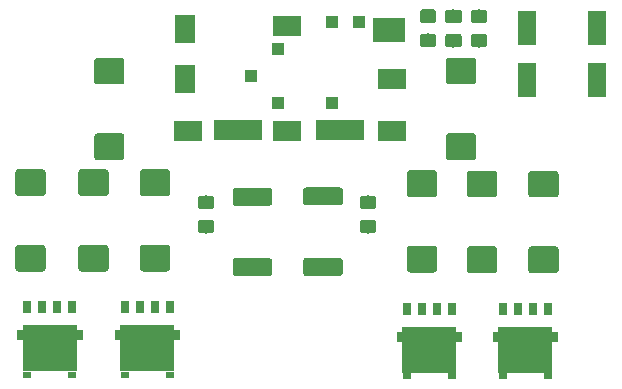
<source format=gbr>
G04 #@! TF.GenerationSoftware,KiCad,Pcbnew,(5.0.1)-3*
G04 #@! TF.CreationDate,2019-01-09T23:58:32-05:00*
G04 #@! TF.ProjectId,SMA_Driver_V1,534D415F4472697665725F56312E6B69,rev?*
G04 #@! TF.SameCoordinates,Original*
G04 #@! TF.FileFunction,Paste,Bot*
G04 #@! TF.FilePolarity,Positive*
%FSLAX46Y46*%
G04 Gerber Fmt 4.6, Leading zero omitted, Abs format (unit mm)*
G04 Created by KiCad (PCBNEW (5.0.1)-3) date 1/9/2019 23:58:32*
%MOMM*%
%LPD*%
G01*
G04 APERTURE LIST*
%ADD10C,0.100000*%
%ADD11C,1.525000*%
%ADD12R,0.495000X0.905000*%
%ADD13R,4.560000X3.955000*%
%ADD14R,0.750000X1.000000*%
%ADD15R,0.750000X0.575000*%
%ADD16R,1.730000X2.440000*%
%ADD17R,2.440000X1.730000*%
%ADD18R,4.060000X1.780000*%
%ADD19R,2.790000X2.130000*%
%ADD20R,1.010000X1.010000*%
%ADD21C,1.150000*%
%ADD22R,1.600000X3.000000*%
%ADD23C,2.250000*%
G04 APERTURE END LIST*
D10*
G04 #@! TO.C,R2*
G36*
X57202505Y-15618704D02*
X57226773Y-15622304D01*
X57250572Y-15628265D01*
X57273671Y-15636530D01*
X57295850Y-15647020D01*
X57316893Y-15659632D01*
X57336599Y-15674247D01*
X57354777Y-15690723D01*
X57371253Y-15708901D01*
X57385868Y-15728607D01*
X57398480Y-15749650D01*
X57408970Y-15771829D01*
X57417235Y-15794928D01*
X57423196Y-15818727D01*
X57426796Y-15842995D01*
X57428000Y-15867499D01*
X57428000Y-16892501D01*
X57426796Y-16917005D01*
X57423196Y-16941273D01*
X57417235Y-16965072D01*
X57408970Y-16988171D01*
X57398480Y-17010350D01*
X57385868Y-17031393D01*
X57371253Y-17051099D01*
X57354777Y-17069277D01*
X57336599Y-17085753D01*
X57316893Y-17100368D01*
X57295850Y-17112980D01*
X57273671Y-17123470D01*
X57250572Y-17131735D01*
X57226773Y-17137696D01*
X57202505Y-17141296D01*
X57178001Y-17142500D01*
X54327999Y-17142500D01*
X54303495Y-17141296D01*
X54279227Y-17137696D01*
X54255428Y-17131735D01*
X54232329Y-17123470D01*
X54210150Y-17112980D01*
X54189107Y-17100368D01*
X54169401Y-17085753D01*
X54151223Y-17069277D01*
X54134747Y-17051099D01*
X54120132Y-17031393D01*
X54107520Y-17010350D01*
X54097030Y-16988171D01*
X54088765Y-16965072D01*
X54082804Y-16941273D01*
X54079204Y-16917005D01*
X54078000Y-16892501D01*
X54078000Y-15867499D01*
X54079204Y-15842995D01*
X54082804Y-15818727D01*
X54088765Y-15794928D01*
X54097030Y-15771829D01*
X54107520Y-15749650D01*
X54120132Y-15728607D01*
X54134747Y-15708901D01*
X54151223Y-15690723D01*
X54169401Y-15674247D01*
X54189107Y-15659632D01*
X54210150Y-15647020D01*
X54232329Y-15636530D01*
X54255428Y-15628265D01*
X54279227Y-15622304D01*
X54303495Y-15618704D01*
X54327999Y-15617500D01*
X57178001Y-15617500D01*
X57202505Y-15618704D01*
X57202505Y-15618704D01*
G37*
D11*
X55753000Y-16380000D03*
D10*
G36*
X57202505Y-21593704D02*
X57226773Y-21597304D01*
X57250572Y-21603265D01*
X57273671Y-21611530D01*
X57295850Y-21622020D01*
X57316893Y-21634632D01*
X57336599Y-21649247D01*
X57354777Y-21665723D01*
X57371253Y-21683901D01*
X57385868Y-21703607D01*
X57398480Y-21724650D01*
X57408970Y-21746829D01*
X57417235Y-21769928D01*
X57423196Y-21793727D01*
X57426796Y-21817995D01*
X57428000Y-21842499D01*
X57428000Y-22867501D01*
X57426796Y-22892005D01*
X57423196Y-22916273D01*
X57417235Y-22940072D01*
X57408970Y-22963171D01*
X57398480Y-22985350D01*
X57385868Y-23006393D01*
X57371253Y-23026099D01*
X57354777Y-23044277D01*
X57336599Y-23060753D01*
X57316893Y-23075368D01*
X57295850Y-23087980D01*
X57273671Y-23098470D01*
X57250572Y-23106735D01*
X57226773Y-23112696D01*
X57202505Y-23116296D01*
X57178001Y-23117500D01*
X54327999Y-23117500D01*
X54303495Y-23116296D01*
X54279227Y-23112696D01*
X54255428Y-23106735D01*
X54232329Y-23098470D01*
X54210150Y-23087980D01*
X54189107Y-23075368D01*
X54169401Y-23060753D01*
X54151223Y-23044277D01*
X54134747Y-23026099D01*
X54120132Y-23006393D01*
X54107520Y-22985350D01*
X54097030Y-22963171D01*
X54088765Y-22940072D01*
X54082804Y-22916273D01*
X54079204Y-22892005D01*
X54078000Y-22867501D01*
X54078000Y-21842499D01*
X54079204Y-21817995D01*
X54082804Y-21793727D01*
X54088765Y-21769928D01*
X54097030Y-21746829D01*
X54107520Y-21724650D01*
X54120132Y-21703607D01*
X54134747Y-21683901D01*
X54151223Y-21665723D01*
X54169401Y-21649247D01*
X54189107Y-21634632D01*
X54210150Y-21622020D01*
X54232329Y-21611530D01*
X54255428Y-21603265D01*
X54279227Y-21597304D01*
X54303495Y-21593704D01*
X54327999Y-21592500D01*
X57178001Y-21592500D01*
X57202505Y-21593704D01*
X57202505Y-21593704D01*
G37*
D11*
X55753000Y-22355000D03*
G04 #@! TD*
D12*
G04 #@! TO.C,Q3*
X70370500Y-28244500D03*
X75425500Y-28244500D03*
D13*
X72898000Y-29349500D03*
D14*
X74803000Y-25902000D03*
X73533000Y-25902000D03*
X72263000Y-25902000D03*
X70993000Y-25902000D03*
D15*
X74803000Y-31614500D03*
X70993000Y-31614500D03*
G04 #@! TD*
G04 #@! TO.C,Q4*
X62865000Y-31614500D03*
X66675000Y-31614500D03*
D14*
X62865000Y-25902000D03*
X64135000Y-25902000D03*
X65405000Y-25902000D03*
X66675000Y-25902000D03*
D13*
X64770000Y-29349500D03*
D12*
X67297500Y-28244500D03*
X62242500Y-28244500D03*
G04 #@! TD*
D15*
G04 #@! TO.C,Q2*
X38989000Y-31475000D03*
X42799000Y-31475000D03*
D14*
X38989000Y-25762500D03*
X40259000Y-25762500D03*
X41529000Y-25762500D03*
X42799000Y-25762500D03*
D13*
X40894000Y-29210000D03*
D12*
X43421500Y-28105000D03*
X38366500Y-28105000D03*
G04 #@! TD*
D15*
G04 #@! TO.C,Q1*
X30734000Y-31487500D03*
X34544000Y-31487500D03*
D14*
X30734000Y-25775000D03*
X32004000Y-25775000D03*
X33274000Y-25775000D03*
X34544000Y-25775000D03*
D13*
X32639000Y-29222500D03*
D12*
X35166500Y-28117500D03*
X30111500Y-28117500D03*
G04 #@! TD*
D16*
G04 #@! TO.C,U1*
X44079171Y-2240008D03*
X44079171Y-6440008D03*
D17*
X44329171Y-10880008D03*
D18*
X48529171Y-10780008D03*
D17*
X52719171Y-10880008D03*
D18*
X57159171Y-10780008D03*
D19*
X61349171Y-2270008D03*
D20*
X51949171Y-3900008D03*
D17*
X61609171Y-10880008D03*
X61609171Y-6440008D03*
D20*
X58809171Y-1610008D03*
X56529171Y-1610008D03*
D17*
X52719171Y-1990008D03*
D20*
X51949171Y-8470008D03*
X56529171Y-8470008D03*
X49669171Y-6180008D03*
G04 #@! TD*
D10*
G04 #@! TO.C,C1*
G36*
X69435505Y-560204D02*
X69459773Y-563804D01*
X69483572Y-569765D01*
X69506671Y-578030D01*
X69528850Y-588520D01*
X69549893Y-601132D01*
X69569599Y-615747D01*
X69587777Y-632223D01*
X69604253Y-650401D01*
X69618868Y-670107D01*
X69631480Y-691150D01*
X69641970Y-713329D01*
X69650235Y-736428D01*
X69656196Y-760227D01*
X69659796Y-784495D01*
X69661000Y-808999D01*
X69661000Y-1459001D01*
X69659796Y-1483505D01*
X69656196Y-1507773D01*
X69650235Y-1531572D01*
X69641970Y-1554671D01*
X69631480Y-1576850D01*
X69618868Y-1597893D01*
X69604253Y-1617599D01*
X69587777Y-1635777D01*
X69569599Y-1652253D01*
X69549893Y-1666868D01*
X69528850Y-1679480D01*
X69506671Y-1689970D01*
X69483572Y-1698235D01*
X69459773Y-1704196D01*
X69435505Y-1707796D01*
X69411001Y-1709000D01*
X68510999Y-1709000D01*
X68486495Y-1707796D01*
X68462227Y-1704196D01*
X68438428Y-1698235D01*
X68415329Y-1689970D01*
X68393150Y-1679480D01*
X68372107Y-1666868D01*
X68352401Y-1652253D01*
X68334223Y-1635777D01*
X68317747Y-1617599D01*
X68303132Y-1597893D01*
X68290520Y-1576850D01*
X68280030Y-1554671D01*
X68271765Y-1531572D01*
X68265804Y-1507773D01*
X68262204Y-1483505D01*
X68261000Y-1459001D01*
X68261000Y-808999D01*
X68262204Y-784495D01*
X68265804Y-760227D01*
X68271765Y-736428D01*
X68280030Y-713329D01*
X68290520Y-691150D01*
X68303132Y-670107D01*
X68317747Y-650401D01*
X68334223Y-632223D01*
X68352401Y-615747D01*
X68372107Y-601132D01*
X68393150Y-588520D01*
X68415329Y-578030D01*
X68438428Y-569765D01*
X68462227Y-563804D01*
X68486495Y-560204D01*
X68510999Y-559000D01*
X69411001Y-559000D01*
X69435505Y-560204D01*
X69435505Y-560204D01*
G37*
D21*
X68961000Y-1134000D03*
D10*
G36*
X69435505Y-2610204D02*
X69459773Y-2613804D01*
X69483572Y-2619765D01*
X69506671Y-2628030D01*
X69528850Y-2638520D01*
X69549893Y-2651132D01*
X69569599Y-2665747D01*
X69587777Y-2682223D01*
X69604253Y-2700401D01*
X69618868Y-2720107D01*
X69631480Y-2741150D01*
X69641970Y-2763329D01*
X69650235Y-2786428D01*
X69656196Y-2810227D01*
X69659796Y-2834495D01*
X69661000Y-2858999D01*
X69661000Y-3509001D01*
X69659796Y-3533505D01*
X69656196Y-3557773D01*
X69650235Y-3581572D01*
X69641970Y-3604671D01*
X69631480Y-3626850D01*
X69618868Y-3647893D01*
X69604253Y-3667599D01*
X69587777Y-3685777D01*
X69569599Y-3702253D01*
X69549893Y-3716868D01*
X69528850Y-3729480D01*
X69506671Y-3739970D01*
X69483572Y-3748235D01*
X69459773Y-3754196D01*
X69435505Y-3757796D01*
X69411001Y-3759000D01*
X68510999Y-3759000D01*
X68486495Y-3757796D01*
X68462227Y-3754196D01*
X68438428Y-3748235D01*
X68415329Y-3739970D01*
X68393150Y-3729480D01*
X68372107Y-3716868D01*
X68352401Y-3702253D01*
X68334223Y-3685777D01*
X68317747Y-3667599D01*
X68303132Y-3647893D01*
X68290520Y-3626850D01*
X68280030Y-3604671D01*
X68271765Y-3581572D01*
X68265804Y-3557773D01*
X68262204Y-3533505D01*
X68261000Y-3509001D01*
X68261000Y-2858999D01*
X68262204Y-2834495D01*
X68265804Y-2810227D01*
X68271765Y-2786428D01*
X68280030Y-2763329D01*
X68290520Y-2741150D01*
X68303132Y-2720107D01*
X68317747Y-2700401D01*
X68334223Y-2682223D01*
X68352401Y-2665747D01*
X68372107Y-2651132D01*
X68393150Y-2638520D01*
X68415329Y-2628030D01*
X68438428Y-2619765D01*
X68462227Y-2613804D01*
X68486495Y-2610204D01*
X68510999Y-2609000D01*
X69411001Y-2609000D01*
X69435505Y-2610204D01*
X69435505Y-2610204D01*
G37*
D21*
X68961000Y-3184000D03*
G04 #@! TD*
D10*
G04 #@! TO.C,C2*
G36*
X65117505Y-2601204D02*
X65141773Y-2604804D01*
X65165572Y-2610765D01*
X65188671Y-2619030D01*
X65210850Y-2629520D01*
X65231893Y-2642132D01*
X65251599Y-2656747D01*
X65269777Y-2673223D01*
X65286253Y-2691401D01*
X65300868Y-2711107D01*
X65313480Y-2732150D01*
X65323970Y-2754329D01*
X65332235Y-2777428D01*
X65338196Y-2801227D01*
X65341796Y-2825495D01*
X65343000Y-2849999D01*
X65343000Y-3500001D01*
X65341796Y-3524505D01*
X65338196Y-3548773D01*
X65332235Y-3572572D01*
X65323970Y-3595671D01*
X65313480Y-3617850D01*
X65300868Y-3638893D01*
X65286253Y-3658599D01*
X65269777Y-3676777D01*
X65251599Y-3693253D01*
X65231893Y-3707868D01*
X65210850Y-3720480D01*
X65188671Y-3730970D01*
X65165572Y-3739235D01*
X65141773Y-3745196D01*
X65117505Y-3748796D01*
X65093001Y-3750000D01*
X64192999Y-3750000D01*
X64168495Y-3748796D01*
X64144227Y-3745196D01*
X64120428Y-3739235D01*
X64097329Y-3730970D01*
X64075150Y-3720480D01*
X64054107Y-3707868D01*
X64034401Y-3693253D01*
X64016223Y-3676777D01*
X63999747Y-3658599D01*
X63985132Y-3638893D01*
X63972520Y-3617850D01*
X63962030Y-3595671D01*
X63953765Y-3572572D01*
X63947804Y-3548773D01*
X63944204Y-3524505D01*
X63943000Y-3500001D01*
X63943000Y-2849999D01*
X63944204Y-2825495D01*
X63947804Y-2801227D01*
X63953765Y-2777428D01*
X63962030Y-2754329D01*
X63972520Y-2732150D01*
X63985132Y-2711107D01*
X63999747Y-2691401D01*
X64016223Y-2673223D01*
X64034401Y-2656747D01*
X64054107Y-2642132D01*
X64075150Y-2629520D01*
X64097329Y-2619030D01*
X64120428Y-2610765D01*
X64144227Y-2604804D01*
X64168495Y-2601204D01*
X64192999Y-2600000D01*
X65093001Y-2600000D01*
X65117505Y-2601204D01*
X65117505Y-2601204D01*
G37*
D21*
X64643000Y-3175000D03*
D10*
G36*
X65117505Y-551204D02*
X65141773Y-554804D01*
X65165572Y-560765D01*
X65188671Y-569030D01*
X65210850Y-579520D01*
X65231893Y-592132D01*
X65251599Y-606747D01*
X65269777Y-623223D01*
X65286253Y-641401D01*
X65300868Y-661107D01*
X65313480Y-682150D01*
X65323970Y-704329D01*
X65332235Y-727428D01*
X65338196Y-751227D01*
X65341796Y-775495D01*
X65343000Y-799999D01*
X65343000Y-1450001D01*
X65341796Y-1474505D01*
X65338196Y-1498773D01*
X65332235Y-1522572D01*
X65323970Y-1545671D01*
X65313480Y-1567850D01*
X65300868Y-1588893D01*
X65286253Y-1608599D01*
X65269777Y-1626777D01*
X65251599Y-1643253D01*
X65231893Y-1657868D01*
X65210850Y-1670480D01*
X65188671Y-1680970D01*
X65165572Y-1689235D01*
X65141773Y-1695196D01*
X65117505Y-1698796D01*
X65093001Y-1700000D01*
X64192999Y-1700000D01*
X64168495Y-1698796D01*
X64144227Y-1695196D01*
X64120428Y-1689235D01*
X64097329Y-1680970D01*
X64075150Y-1670480D01*
X64054107Y-1657868D01*
X64034401Y-1643253D01*
X64016223Y-1626777D01*
X63999747Y-1608599D01*
X63985132Y-1588893D01*
X63972520Y-1567850D01*
X63962030Y-1545671D01*
X63953765Y-1522572D01*
X63947804Y-1498773D01*
X63944204Y-1474505D01*
X63943000Y-1450001D01*
X63943000Y-799999D01*
X63944204Y-775495D01*
X63947804Y-751227D01*
X63953765Y-727428D01*
X63962030Y-704329D01*
X63972520Y-682150D01*
X63985132Y-661107D01*
X63999747Y-641401D01*
X64016223Y-623223D01*
X64034401Y-606747D01*
X64054107Y-592132D01*
X64075150Y-579520D01*
X64097329Y-569030D01*
X64120428Y-560765D01*
X64144227Y-554804D01*
X64168495Y-551204D01*
X64192999Y-550000D01*
X65093001Y-550000D01*
X65117505Y-551204D01*
X65117505Y-551204D01*
G37*
D21*
X64643000Y-1125000D03*
G04 #@! TD*
D10*
G04 #@! TO.C,C3*
G36*
X67276505Y-560204D02*
X67300773Y-563804D01*
X67324572Y-569765D01*
X67347671Y-578030D01*
X67369850Y-588520D01*
X67390893Y-601132D01*
X67410599Y-615747D01*
X67428777Y-632223D01*
X67445253Y-650401D01*
X67459868Y-670107D01*
X67472480Y-691150D01*
X67482970Y-713329D01*
X67491235Y-736428D01*
X67497196Y-760227D01*
X67500796Y-784495D01*
X67502000Y-808999D01*
X67502000Y-1459001D01*
X67500796Y-1483505D01*
X67497196Y-1507773D01*
X67491235Y-1531572D01*
X67482970Y-1554671D01*
X67472480Y-1576850D01*
X67459868Y-1597893D01*
X67445253Y-1617599D01*
X67428777Y-1635777D01*
X67410599Y-1652253D01*
X67390893Y-1666868D01*
X67369850Y-1679480D01*
X67347671Y-1689970D01*
X67324572Y-1698235D01*
X67300773Y-1704196D01*
X67276505Y-1707796D01*
X67252001Y-1709000D01*
X66351999Y-1709000D01*
X66327495Y-1707796D01*
X66303227Y-1704196D01*
X66279428Y-1698235D01*
X66256329Y-1689970D01*
X66234150Y-1679480D01*
X66213107Y-1666868D01*
X66193401Y-1652253D01*
X66175223Y-1635777D01*
X66158747Y-1617599D01*
X66144132Y-1597893D01*
X66131520Y-1576850D01*
X66121030Y-1554671D01*
X66112765Y-1531572D01*
X66106804Y-1507773D01*
X66103204Y-1483505D01*
X66102000Y-1459001D01*
X66102000Y-808999D01*
X66103204Y-784495D01*
X66106804Y-760227D01*
X66112765Y-736428D01*
X66121030Y-713329D01*
X66131520Y-691150D01*
X66144132Y-670107D01*
X66158747Y-650401D01*
X66175223Y-632223D01*
X66193401Y-615747D01*
X66213107Y-601132D01*
X66234150Y-588520D01*
X66256329Y-578030D01*
X66279428Y-569765D01*
X66303227Y-563804D01*
X66327495Y-560204D01*
X66351999Y-559000D01*
X67252001Y-559000D01*
X67276505Y-560204D01*
X67276505Y-560204D01*
G37*
D21*
X66802000Y-1134000D03*
D10*
G36*
X67276505Y-2610204D02*
X67300773Y-2613804D01*
X67324572Y-2619765D01*
X67347671Y-2628030D01*
X67369850Y-2638520D01*
X67390893Y-2651132D01*
X67410599Y-2665747D01*
X67428777Y-2682223D01*
X67445253Y-2700401D01*
X67459868Y-2720107D01*
X67472480Y-2741150D01*
X67482970Y-2763329D01*
X67491235Y-2786428D01*
X67497196Y-2810227D01*
X67500796Y-2834495D01*
X67502000Y-2858999D01*
X67502000Y-3509001D01*
X67500796Y-3533505D01*
X67497196Y-3557773D01*
X67491235Y-3581572D01*
X67482970Y-3604671D01*
X67472480Y-3626850D01*
X67459868Y-3647893D01*
X67445253Y-3667599D01*
X67428777Y-3685777D01*
X67410599Y-3702253D01*
X67390893Y-3716868D01*
X67369850Y-3729480D01*
X67347671Y-3739970D01*
X67324572Y-3748235D01*
X67300773Y-3754196D01*
X67276505Y-3757796D01*
X67252001Y-3759000D01*
X66351999Y-3759000D01*
X66327495Y-3757796D01*
X66303227Y-3754196D01*
X66279428Y-3748235D01*
X66256329Y-3739970D01*
X66234150Y-3729480D01*
X66213107Y-3716868D01*
X66193401Y-3702253D01*
X66175223Y-3685777D01*
X66158747Y-3667599D01*
X66144132Y-3647893D01*
X66131520Y-3626850D01*
X66121030Y-3604671D01*
X66112765Y-3581572D01*
X66106804Y-3557773D01*
X66103204Y-3533505D01*
X66102000Y-3509001D01*
X66102000Y-2858999D01*
X66103204Y-2834495D01*
X66106804Y-2810227D01*
X66112765Y-2786428D01*
X66121030Y-2763329D01*
X66131520Y-2741150D01*
X66144132Y-2720107D01*
X66158747Y-2700401D01*
X66175223Y-2682223D01*
X66193401Y-2665747D01*
X66213107Y-2651132D01*
X66234150Y-2638520D01*
X66256329Y-2628030D01*
X66279428Y-2619765D01*
X66303227Y-2613804D01*
X66327495Y-2610204D01*
X66351999Y-2609000D01*
X67252001Y-2609000D01*
X67276505Y-2610204D01*
X67276505Y-2610204D01*
G37*
D21*
X66802000Y-3184000D03*
G04 #@! TD*
D10*
G04 #@! TO.C,C6*
G36*
X46321505Y-16308204D02*
X46345773Y-16311804D01*
X46369572Y-16317765D01*
X46392671Y-16326030D01*
X46414850Y-16336520D01*
X46435893Y-16349132D01*
X46455599Y-16363747D01*
X46473777Y-16380223D01*
X46490253Y-16398401D01*
X46504868Y-16418107D01*
X46517480Y-16439150D01*
X46527970Y-16461329D01*
X46536235Y-16484428D01*
X46542196Y-16508227D01*
X46545796Y-16532495D01*
X46547000Y-16556999D01*
X46547000Y-17207001D01*
X46545796Y-17231505D01*
X46542196Y-17255773D01*
X46536235Y-17279572D01*
X46527970Y-17302671D01*
X46517480Y-17324850D01*
X46504868Y-17345893D01*
X46490253Y-17365599D01*
X46473777Y-17383777D01*
X46455599Y-17400253D01*
X46435893Y-17414868D01*
X46414850Y-17427480D01*
X46392671Y-17437970D01*
X46369572Y-17446235D01*
X46345773Y-17452196D01*
X46321505Y-17455796D01*
X46297001Y-17457000D01*
X45396999Y-17457000D01*
X45372495Y-17455796D01*
X45348227Y-17452196D01*
X45324428Y-17446235D01*
X45301329Y-17437970D01*
X45279150Y-17427480D01*
X45258107Y-17414868D01*
X45238401Y-17400253D01*
X45220223Y-17383777D01*
X45203747Y-17365599D01*
X45189132Y-17345893D01*
X45176520Y-17324850D01*
X45166030Y-17302671D01*
X45157765Y-17279572D01*
X45151804Y-17255773D01*
X45148204Y-17231505D01*
X45147000Y-17207001D01*
X45147000Y-16556999D01*
X45148204Y-16532495D01*
X45151804Y-16508227D01*
X45157765Y-16484428D01*
X45166030Y-16461329D01*
X45176520Y-16439150D01*
X45189132Y-16418107D01*
X45203747Y-16398401D01*
X45220223Y-16380223D01*
X45238401Y-16363747D01*
X45258107Y-16349132D01*
X45279150Y-16336520D01*
X45301329Y-16326030D01*
X45324428Y-16317765D01*
X45348227Y-16311804D01*
X45372495Y-16308204D01*
X45396999Y-16307000D01*
X46297001Y-16307000D01*
X46321505Y-16308204D01*
X46321505Y-16308204D01*
G37*
D21*
X45847000Y-16882000D03*
D10*
G36*
X46321505Y-18358204D02*
X46345773Y-18361804D01*
X46369572Y-18367765D01*
X46392671Y-18376030D01*
X46414850Y-18386520D01*
X46435893Y-18399132D01*
X46455599Y-18413747D01*
X46473777Y-18430223D01*
X46490253Y-18448401D01*
X46504868Y-18468107D01*
X46517480Y-18489150D01*
X46527970Y-18511329D01*
X46536235Y-18534428D01*
X46542196Y-18558227D01*
X46545796Y-18582495D01*
X46547000Y-18606999D01*
X46547000Y-19257001D01*
X46545796Y-19281505D01*
X46542196Y-19305773D01*
X46536235Y-19329572D01*
X46527970Y-19352671D01*
X46517480Y-19374850D01*
X46504868Y-19395893D01*
X46490253Y-19415599D01*
X46473777Y-19433777D01*
X46455599Y-19450253D01*
X46435893Y-19464868D01*
X46414850Y-19477480D01*
X46392671Y-19487970D01*
X46369572Y-19496235D01*
X46345773Y-19502196D01*
X46321505Y-19505796D01*
X46297001Y-19507000D01*
X45396999Y-19507000D01*
X45372495Y-19505796D01*
X45348227Y-19502196D01*
X45324428Y-19496235D01*
X45301329Y-19487970D01*
X45279150Y-19477480D01*
X45258107Y-19464868D01*
X45238401Y-19450253D01*
X45220223Y-19433777D01*
X45203747Y-19415599D01*
X45189132Y-19395893D01*
X45176520Y-19374850D01*
X45166030Y-19352671D01*
X45157765Y-19329572D01*
X45151804Y-19305773D01*
X45148204Y-19281505D01*
X45147000Y-19257001D01*
X45147000Y-18606999D01*
X45148204Y-18582495D01*
X45151804Y-18558227D01*
X45157765Y-18534428D01*
X45166030Y-18511329D01*
X45176520Y-18489150D01*
X45189132Y-18468107D01*
X45203747Y-18448401D01*
X45220223Y-18430223D01*
X45238401Y-18413747D01*
X45258107Y-18399132D01*
X45279150Y-18386520D01*
X45301329Y-18376030D01*
X45324428Y-18367765D01*
X45348227Y-18361804D01*
X45372495Y-18358204D01*
X45396999Y-18357000D01*
X46297001Y-18357000D01*
X46321505Y-18358204D01*
X46321505Y-18358204D01*
G37*
D21*
X45847000Y-18932000D03*
G04 #@! TD*
D10*
G04 #@! TO.C,C7*
G36*
X60037505Y-18358204D02*
X60061773Y-18361804D01*
X60085572Y-18367765D01*
X60108671Y-18376030D01*
X60130850Y-18386520D01*
X60151893Y-18399132D01*
X60171599Y-18413747D01*
X60189777Y-18430223D01*
X60206253Y-18448401D01*
X60220868Y-18468107D01*
X60233480Y-18489150D01*
X60243970Y-18511329D01*
X60252235Y-18534428D01*
X60258196Y-18558227D01*
X60261796Y-18582495D01*
X60263000Y-18606999D01*
X60263000Y-19257001D01*
X60261796Y-19281505D01*
X60258196Y-19305773D01*
X60252235Y-19329572D01*
X60243970Y-19352671D01*
X60233480Y-19374850D01*
X60220868Y-19395893D01*
X60206253Y-19415599D01*
X60189777Y-19433777D01*
X60171599Y-19450253D01*
X60151893Y-19464868D01*
X60130850Y-19477480D01*
X60108671Y-19487970D01*
X60085572Y-19496235D01*
X60061773Y-19502196D01*
X60037505Y-19505796D01*
X60013001Y-19507000D01*
X59112999Y-19507000D01*
X59088495Y-19505796D01*
X59064227Y-19502196D01*
X59040428Y-19496235D01*
X59017329Y-19487970D01*
X58995150Y-19477480D01*
X58974107Y-19464868D01*
X58954401Y-19450253D01*
X58936223Y-19433777D01*
X58919747Y-19415599D01*
X58905132Y-19395893D01*
X58892520Y-19374850D01*
X58882030Y-19352671D01*
X58873765Y-19329572D01*
X58867804Y-19305773D01*
X58864204Y-19281505D01*
X58863000Y-19257001D01*
X58863000Y-18606999D01*
X58864204Y-18582495D01*
X58867804Y-18558227D01*
X58873765Y-18534428D01*
X58882030Y-18511329D01*
X58892520Y-18489150D01*
X58905132Y-18468107D01*
X58919747Y-18448401D01*
X58936223Y-18430223D01*
X58954401Y-18413747D01*
X58974107Y-18399132D01*
X58995150Y-18386520D01*
X59017329Y-18376030D01*
X59040428Y-18367765D01*
X59064227Y-18361804D01*
X59088495Y-18358204D01*
X59112999Y-18357000D01*
X60013001Y-18357000D01*
X60037505Y-18358204D01*
X60037505Y-18358204D01*
G37*
D21*
X59563000Y-18932000D03*
D10*
G36*
X60037505Y-16308204D02*
X60061773Y-16311804D01*
X60085572Y-16317765D01*
X60108671Y-16326030D01*
X60130850Y-16336520D01*
X60151893Y-16349132D01*
X60171599Y-16363747D01*
X60189777Y-16380223D01*
X60206253Y-16398401D01*
X60220868Y-16418107D01*
X60233480Y-16439150D01*
X60243970Y-16461329D01*
X60252235Y-16484428D01*
X60258196Y-16508227D01*
X60261796Y-16532495D01*
X60263000Y-16556999D01*
X60263000Y-17207001D01*
X60261796Y-17231505D01*
X60258196Y-17255773D01*
X60252235Y-17279572D01*
X60243970Y-17302671D01*
X60233480Y-17324850D01*
X60220868Y-17345893D01*
X60206253Y-17365599D01*
X60189777Y-17383777D01*
X60171599Y-17400253D01*
X60151893Y-17414868D01*
X60130850Y-17427480D01*
X60108671Y-17437970D01*
X60085572Y-17446235D01*
X60061773Y-17452196D01*
X60037505Y-17455796D01*
X60013001Y-17457000D01*
X59112999Y-17457000D01*
X59088495Y-17455796D01*
X59064227Y-17452196D01*
X59040428Y-17446235D01*
X59017329Y-17437970D01*
X58995150Y-17427480D01*
X58974107Y-17414868D01*
X58954401Y-17400253D01*
X58936223Y-17383777D01*
X58919747Y-17365599D01*
X58905132Y-17345893D01*
X58892520Y-17324850D01*
X58882030Y-17302671D01*
X58873765Y-17279572D01*
X58867804Y-17255773D01*
X58864204Y-17231505D01*
X58863000Y-17207001D01*
X58863000Y-16556999D01*
X58864204Y-16532495D01*
X58867804Y-16508227D01*
X58873765Y-16484428D01*
X58882030Y-16461329D01*
X58892520Y-16439150D01*
X58905132Y-16418107D01*
X58919747Y-16398401D01*
X58936223Y-16380223D01*
X58954401Y-16363747D01*
X58974107Y-16349132D01*
X58995150Y-16336520D01*
X59017329Y-16326030D01*
X59040428Y-16317765D01*
X59064227Y-16311804D01*
X59088495Y-16308204D01*
X59112999Y-16307000D01*
X60013001Y-16307000D01*
X60037505Y-16308204D01*
X60037505Y-16308204D01*
G37*
D21*
X59563000Y-16882000D03*
G04 #@! TD*
D22*
G04 #@! TO.C,C8*
X73025000Y-6518000D03*
X73025000Y-2118000D03*
G04 #@! TD*
G04 #@! TO.C,C9*
X78994000Y-2118000D03*
X78994000Y-6518000D03*
G04 #@! TD*
D10*
G04 #@! TO.C,C13*
G36*
X75471505Y-14218204D02*
X75495773Y-14221804D01*
X75519572Y-14227765D01*
X75542671Y-14236030D01*
X75564850Y-14246520D01*
X75585893Y-14259132D01*
X75605599Y-14273747D01*
X75623777Y-14290223D01*
X75640253Y-14308401D01*
X75654868Y-14328107D01*
X75667480Y-14349150D01*
X75677970Y-14371329D01*
X75686235Y-14394428D01*
X75692196Y-14418227D01*
X75695796Y-14442495D01*
X75697000Y-14466999D01*
X75697000Y-16217001D01*
X75695796Y-16241505D01*
X75692196Y-16265773D01*
X75686235Y-16289572D01*
X75677970Y-16312671D01*
X75667480Y-16334850D01*
X75654868Y-16355893D01*
X75640253Y-16375599D01*
X75623777Y-16393777D01*
X75605599Y-16410253D01*
X75585893Y-16424868D01*
X75564850Y-16437480D01*
X75542671Y-16447970D01*
X75519572Y-16456235D01*
X75495773Y-16462196D01*
X75471505Y-16465796D01*
X75447001Y-16467000D01*
X73396999Y-16467000D01*
X73372495Y-16465796D01*
X73348227Y-16462196D01*
X73324428Y-16456235D01*
X73301329Y-16447970D01*
X73279150Y-16437480D01*
X73258107Y-16424868D01*
X73238401Y-16410253D01*
X73220223Y-16393777D01*
X73203747Y-16375599D01*
X73189132Y-16355893D01*
X73176520Y-16334850D01*
X73166030Y-16312671D01*
X73157765Y-16289572D01*
X73151804Y-16265773D01*
X73148204Y-16241505D01*
X73147000Y-16217001D01*
X73147000Y-14466999D01*
X73148204Y-14442495D01*
X73151804Y-14418227D01*
X73157765Y-14394428D01*
X73166030Y-14371329D01*
X73176520Y-14349150D01*
X73189132Y-14328107D01*
X73203747Y-14308401D01*
X73220223Y-14290223D01*
X73238401Y-14273747D01*
X73258107Y-14259132D01*
X73279150Y-14246520D01*
X73301329Y-14236030D01*
X73324428Y-14227765D01*
X73348227Y-14221804D01*
X73372495Y-14218204D01*
X73396999Y-14217000D01*
X75447001Y-14217000D01*
X75471505Y-14218204D01*
X75471505Y-14218204D01*
G37*
D23*
X74422000Y-15342000D03*
D10*
G36*
X75471505Y-20618204D02*
X75495773Y-20621804D01*
X75519572Y-20627765D01*
X75542671Y-20636030D01*
X75564850Y-20646520D01*
X75585893Y-20659132D01*
X75605599Y-20673747D01*
X75623777Y-20690223D01*
X75640253Y-20708401D01*
X75654868Y-20728107D01*
X75667480Y-20749150D01*
X75677970Y-20771329D01*
X75686235Y-20794428D01*
X75692196Y-20818227D01*
X75695796Y-20842495D01*
X75697000Y-20866999D01*
X75697000Y-22617001D01*
X75695796Y-22641505D01*
X75692196Y-22665773D01*
X75686235Y-22689572D01*
X75677970Y-22712671D01*
X75667480Y-22734850D01*
X75654868Y-22755893D01*
X75640253Y-22775599D01*
X75623777Y-22793777D01*
X75605599Y-22810253D01*
X75585893Y-22824868D01*
X75564850Y-22837480D01*
X75542671Y-22847970D01*
X75519572Y-22856235D01*
X75495773Y-22862196D01*
X75471505Y-22865796D01*
X75447001Y-22867000D01*
X73396999Y-22867000D01*
X73372495Y-22865796D01*
X73348227Y-22862196D01*
X73324428Y-22856235D01*
X73301329Y-22847970D01*
X73279150Y-22837480D01*
X73258107Y-22824868D01*
X73238401Y-22810253D01*
X73220223Y-22793777D01*
X73203747Y-22775599D01*
X73189132Y-22755893D01*
X73176520Y-22734850D01*
X73166030Y-22712671D01*
X73157765Y-22689572D01*
X73151804Y-22665773D01*
X73148204Y-22641505D01*
X73147000Y-22617001D01*
X73147000Y-20866999D01*
X73148204Y-20842495D01*
X73151804Y-20818227D01*
X73157765Y-20794428D01*
X73166030Y-20771329D01*
X73176520Y-20749150D01*
X73189132Y-20728107D01*
X73203747Y-20708401D01*
X73220223Y-20690223D01*
X73238401Y-20673747D01*
X73258107Y-20659132D01*
X73279150Y-20646520D01*
X73301329Y-20636030D01*
X73324428Y-20627765D01*
X73348227Y-20621804D01*
X73372495Y-20618204D01*
X73396999Y-20617000D01*
X75447001Y-20617000D01*
X75471505Y-20618204D01*
X75471505Y-20618204D01*
G37*
D23*
X74422000Y-21742000D03*
G04 #@! TD*
D10*
G04 #@! TO.C,C14*
G36*
X70264505Y-14218204D02*
X70288773Y-14221804D01*
X70312572Y-14227765D01*
X70335671Y-14236030D01*
X70357850Y-14246520D01*
X70378893Y-14259132D01*
X70398599Y-14273747D01*
X70416777Y-14290223D01*
X70433253Y-14308401D01*
X70447868Y-14328107D01*
X70460480Y-14349150D01*
X70470970Y-14371329D01*
X70479235Y-14394428D01*
X70485196Y-14418227D01*
X70488796Y-14442495D01*
X70490000Y-14466999D01*
X70490000Y-16217001D01*
X70488796Y-16241505D01*
X70485196Y-16265773D01*
X70479235Y-16289572D01*
X70470970Y-16312671D01*
X70460480Y-16334850D01*
X70447868Y-16355893D01*
X70433253Y-16375599D01*
X70416777Y-16393777D01*
X70398599Y-16410253D01*
X70378893Y-16424868D01*
X70357850Y-16437480D01*
X70335671Y-16447970D01*
X70312572Y-16456235D01*
X70288773Y-16462196D01*
X70264505Y-16465796D01*
X70240001Y-16467000D01*
X68189999Y-16467000D01*
X68165495Y-16465796D01*
X68141227Y-16462196D01*
X68117428Y-16456235D01*
X68094329Y-16447970D01*
X68072150Y-16437480D01*
X68051107Y-16424868D01*
X68031401Y-16410253D01*
X68013223Y-16393777D01*
X67996747Y-16375599D01*
X67982132Y-16355893D01*
X67969520Y-16334850D01*
X67959030Y-16312671D01*
X67950765Y-16289572D01*
X67944804Y-16265773D01*
X67941204Y-16241505D01*
X67940000Y-16217001D01*
X67940000Y-14466999D01*
X67941204Y-14442495D01*
X67944804Y-14418227D01*
X67950765Y-14394428D01*
X67959030Y-14371329D01*
X67969520Y-14349150D01*
X67982132Y-14328107D01*
X67996747Y-14308401D01*
X68013223Y-14290223D01*
X68031401Y-14273747D01*
X68051107Y-14259132D01*
X68072150Y-14246520D01*
X68094329Y-14236030D01*
X68117428Y-14227765D01*
X68141227Y-14221804D01*
X68165495Y-14218204D01*
X68189999Y-14217000D01*
X70240001Y-14217000D01*
X70264505Y-14218204D01*
X70264505Y-14218204D01*
G37*
D23*
X69215000Y-15342000D03*
D10*
G36*
X70264505Y-20618204D02*
X70288773Y-20621804D01*
X70312572Y-20627765D01*
X70335671Y-20636030D01*
X70357850Y-20646520D01*
X70378893Y-20659132D01*
X70398599Y-20673747D01*
X70416777Y-20690223D01*
X70433253Y-20708401D01*
X70447868Y-20728107D01*
X70460480Y-20749150D01*
X70470970Y-20771329D01*
X70479235Y-20794428D01*
X70485196Y-20818227D01*
X70488796Y-20842495D01*
X70490000Y-20866999D01*
X70490000Y-22617001D01*
X70488796Y-22641505D01*
X70485196Y-22665773D01*
X70479235Y-22689572D01*
X70470970Y-22712671D01*
X70460480Y-22734850D01*
X70447868Y-22755893D01*
X70433253Y-22775599D01*
X70416777Y-22793777D01*
X70398599Y-22810253D01*
X70378893Y-22824868D01*
X70357850Y-22837480D01*
X70335671Y-22847970D01*
X70312572Y-22856235D01*
X70288773Y-22862196D01*
X70264505Y-22865796D01*
X70240001Y-22867000D01*
X68189999Y-22867000D01*
X68165495Y-22865796D01*
X68141227Y-22862196D01*
X68117428Y-22856235D01*
X68094329Y-22847970D01*
X68072150Y-22837480D01*
X68051107Y-22824868D01*
X68031401Y-22810253D01*
X68013223Y-22793777D01*
X67996747Y-22775599D01*
X67982132Y-22755893D01*
X67969520Y-22734850D01*
X67959030Y-22712671D01*
X67950765Y-22689572D01*
X67944804Y-22665773D01*
X67941204Y-22641505D01*
X67940000Y-22617001D01*
X67940000Y-20866999D01*
X67941204Y-20842495D01*
X67944804Y-20818227D01*
X67950765Y-20794428D01*
X67959030Y-20771329D01*
X67969520Y-20749150D01*
X67982132Y-20728107D01*
X67996747Y-20708401D01*
X68013223Y-20690223D01*
X68031401Y-20673747D01*
X68051107Y-20659132D01*
X68072150Y-20646520D01*
X68094329Y-20636030D01*
X68117428Y-20627765D01*
X68141227Y-20621804D01*
X68165495Y-20618204D01*
X68189999Y-20617000D01*
X70240001Y-20617000D01*
X70264505Y-20618204D01*
X70264505Y-20618204D01*
G37*
D23*
X69215000Y-21742000D03*
G04 #@! TD*
D10*
G04 #@! TO.C,C15*
G36*
X65184505Y-14176212D02*
X65208773Y-14179812D01*
X65232572Y-14185773D01*
X65255671Y-14194038D01*
X65277850Y-14204528D01*
X65298893Y-14217140D01*
X65318599Y-14231755D01*
X65336777Y-14248231D01*
X65353253Y-14266409D01*
X65367868Y-14286115D01*
X65380480Y-14307158D01*
X65390970Y-14329337D01*
X65399235Y-14352436D01*
X65405196Y-14376235D01*
X65408796Y-14400503D01*
X65410000Y-14425007D01*
X65410000Y-16175009D01*
X65408796Y-16199513D01*
X65405196Y-16223781D01*
X65399235Y-16247580D01*
X65390970Y-16270679D01*
X65380480Y-16292858D01*
X65367868Y-16313901D01*
X65353253Y-16333607D01*
X65336777Y-16351785D01*
X65318599Y-16368261D01*
X65298893Y-16382876D01*
X65277850Y-16395488D01*
X65255671Y-16405978D01*
X65232572Y-16414243D01*
X65208773Y-16420204D01*
X65184505Y-16423804D01*
X65160001Y-16425008D01*
X63109999Y-16425008D01*
X63085495Y-16423804D01*
X63061227Y-16420204D01*
X63037428Y-16414243D01*
X63014329Y-16405978D01*
X62992150Y-16395488D01*
X62971107Y-16382876D01*
X62951401Y-16368261D01*
X62933223Y-16351785D01*
X62916747Y-16333607D01*
X62902132Y-16313901D01*
X62889520Y-16292858D01*
X62879030Y-16270679D01*
X62870765Y-16247580D01*
X62864804Y-16223781D01*
X62861204Y-16199513D01*
X62860000Y-16175009D01*
X62860000Y-14425007D01*
X62861204Y-14400503D01*
X62864804Y-14376235D01*
X62870765Y-14352436D01*
X62879030Y-14329337D01*
X62889520Y-14307158D01*
X62902132Y-14286115D01*
X62916747Y-14266409D01*
X62933223Y-14248231D01*
X62951401Y-14231755D01*
X62971107Y-14217140D01*
X62992150Y-14204528D01*
X63014329Y-14194038D01*
X63037428Y-14185773D01*
X63061227Y-14179812D01*
X63085495Y-14176212D01*
X63109999Y-14175008D01*
X65160001Y-14175008D01*
X65184505Y-14176212D01*
X65184505Y-14176212D01*
G37*
D23*
X64135000Y-15300008D03*
D10*
G36*
X65184505Y-20576212D02*
X65208773Y-20579812D01*
X65232572Y-20585773D01*
X65255671Y-20594038D01*
X65277850Y-20604528D01*
X65298893Y-20617140D01*
X65318599Y-20631755D01*
X65336777Y-20648231D01*
X65353253Y-20666409D01*
X65367868Y-20686115D01*
X65380480Y-20707158D01*
X65390970Y-20729337D01*
X65399235Y-20752436D01*
X65405196Y-20776235D01*
X65408796Y-20800503D01*
X65410000Y-20825007D01*
X65410000Y-22575009D01*
X65408796Y-22599513D01*
X65405196Y-22623781D01*
X65399235Y-22647580D01*
X65390970Y-22670679D01*
X65380480Y-22692858D01*
X65367868Y-22713901D01*
X65353253Y-22733607D01*
X65336777Y-22751785D01*
X65318599Y-22768261D01*
X65298893Y-22782876D01*
X65277850Y-22795488D01*
X65255671Y-22805978D01*
X65232572Y-22814243D01*
X65208773Y-22820204D01*
X65184505Y-22823804D01*
X65160001Y-22825008D01*
X63109999Y-22825008D01*
X63085495Y-22823804D01*
X63061227Y-22820204D01*
X63037428Y-22814243D01*
X63014329Y-22805978D01*
X62992150Y-22795488D01*
X62971107Y-22782876D01*
X62951401Y-22768261D01*
X62933223Y-22751785D01*
X62916747Y-22733607D01*
X62902132Y-22713901D01*
X62889520Y-22692858D01*
X62879030Y-22670679D01*
X62870765Y-22647580D01*
X62864804Y-22623781D01*
X62861204Y-22599513D01*
X62860000Y-22575009D01*
X62860000Y-20825007D01*
X62861204Y-20800503D01*
X62864804Y-20776235D01*
X62870765Y-20752436D01*
X62879030Y-20729337D01*
X62889520Y-20707158D01*
X62902132Y-20686115D01*
X62916747Y-20666409D01*
X62933223Y-20648231D01*
X62951401Y-20631755D01*
X62971107Y-20617140D01*
X62992150Y-20604528D01*
X63014329Y-20594038D01*
X63037428Y-20585773D01*
X63061227Y-20579812D01*
X63085495Y-20576212D01*
X63109999Y-20575008D01*
X65160001Y-20575008D01*
X65184505Y-20576212D01*
X65184505Y-20576212D01*
G37*
D23*
X64135000Y-21700008D03*
G04 #@! TD*
D10*
G04 #@! TO.C,C17*
G36*
X32037505Y-20491204D02*
X32061773Y-20494804D01*
X32085572Y-20500765D01*
X32108671Y-20509030D01*
X32130850Y-20519520D01*
X32151893Y-20532132D01*
X32171599Y-20546747D01*
X32189777Y-20563223D01*
X32206253Y-20581401D01*
X32220868Y-20601107D01*
X32233480Y-20622150D01*
X32243970Y-20644329D01*
X32252235Y-20667428D01*
X32258196Y-20691227D01*
X32261796Y-20715495D01*
X32263000Y-20739999D01*
X32263000Y-22490001D01*
X32261796Y-22514505D01*
X32258196Y-22538773D01*
X32252235Y-22562572D01*
X32243970Y-22585671D01*
X32233480Y-22607850D01*
X32220868Y-22628893D01*
X32206253Y-22648599D01*
X32189777Y-22666777D01*
X32171599Y-22683253D01*
X32151893Y-22697868D01*
X32130850Y-22710480D01*
X32108671Y-22720970D01*
X32085572Y-22729235D01*
X32061773Y-22735196D01*
X32037505Y-22738796D01*
X32013001Y-22740000D01*
X29962999Y-22740000D01*
X29938495Y-22738796D01*
X29914227Y-22735196D01*
X29890428Y-22729235D01*
X29867329Y-22720970D01*
X29845150Y-22710480D01*
X29824107Y-22697868D01*
X29804401Y-22683253D01*
X29786223Y-22666777D01*
X29769747Y-22648599D01*
X29755132Y-22628893D01*
X29742520Y-22607850D01*
X29732030Y-22585671D01*
X29723765Y-22562572D01*
X29717804Y-22538773D01*
X29714204Y-22514505D01*
X29713000Y-22490001D01*
X29713000Y-20739999D01*
X29714204Y-20715495D01*
X29717804Y-20691227D01*
X29723765Y-20667428D01*
X29732030Y-20644329D01*
X29742520Y-20622150D01*
X29755132Y-20601107D01*
X29769747Y-20581401D01*
X29786223Y-20563223D01*
X29804401Y-20546747D01*
X29824107Y-20532132D01*
X29845150Y-20519520D01*
X29867329Y-20509030D01*
X29890428Y-20500765D01*
X29914227Y-20494804D01*
X29938495Y-20491204D01*
X29962999Y-20490000D01*
X32013001Y-20490000D01*
X32037505Y-20491204D01*
X32037505Y-20491204D01*
G37*
D23*
X30988000Y-21615000D03*
D10*
G36*
X32037505Y-14091204D02*
X32061773Y-14094804D01*
X32085572Y-14100765D01*
X32108671Y-14109030D01*
X32130850Y-14119520D01*
X32151893Y-14132132D01*
X32171599Y-14146747D01*
X32189777Y-14163223D01*
X32206253Y-14181401D01*
X32220868Y-14201107D01*
X32233480Y-14222150D01*
X32243970Y-14244329D01*
X32252235Y-14267428D01*
X32258196Y-14291227D01*
X32261796Y-14315495D01*
X32263000Y-14339999D01*
X32263000Y-16090001D01*
X32261796Y-16114505D01*
X32258196Y-16138773D01*
X32252235Y-16162572D01*
X32243970Y-16185671D01*
X32233480Y-16207850D01*
X32220868Y-16228893D01*
X32206253Y-16248599D01*
X32189777Y-16266777D01*
X32171599Y-16283253D01*
X32151893Y-16297868D01*
X32130850Y-16310480D01*
X32108671Y-16320970D01*
X32085572Y-16329235D01*
X32061773Y-16335196D01*
X32037505Y-16338796D01*
X32013001Y-16340000D01*
X29962999Y-16340000D01*
X29938495Y-16338796D01*
X29914227Y-16335196D01*
X29890428Y-16329235D01*
X29867329Y-16320970D01*
X29845150Y-16310480D01*
X29824107Y-16297868D01*
X29804401Y-16283253D01*
X29786223Y-16266777D01*
X29769747Y-16248599D01*
X29755132Y-16228893D01*
X29742520Y-16207850D01*
X29732030Y-16185671D01*
X29723765Y-16162572D01*
X29717804Y-16138773D01*
X29714204Y-16114505D01*
X29713000Y-16090001D01*
X29713000Y-14339999D01*
X29714204Y-14315495D01*
X29717804Y-14291227D01*
X29723765Y-14267428D01*
X29732030Y-14244329D01*
X29742520Y-14222150D01*
X29755132Y-14201107D01*
X29769747Y-14181401D01*
X29786223Y-14163223D01*
X29804401Y-14146747D01*
X29824107Y-14132132D01*
X29845150Y-14119520D01*
X29867329Y-14109030D01*
X29890428Y-14100765D01*
X29914227Y-14094804D01*
X29938495Y-14091204D01*
X29962999Y-14090000D01*
X32013001Y-14090000D01*
X32037505Y-14091204D01*
X32037505Y-14091204D01*
G37*
D23*
X30988000Y-15215000D03*
G04 #@! TD*
D10*
G04 #@! TO.C,C18*
G36*
X38717705Y-4651212D02*
X38741973Y-4654812D01*
X38765772Y-4660773D01*
X38788871Y-4669038D01*
X38811050Y-4679528D01*
X38832093Y-4692140D01*
X38851799Y-4706755D01*
X38869977Y-4723231D01*
X38886453Y-4741409D01*
X38901068Y-4761115D01*
X38913680Y-4782158D01*
X38924170Y-4804337D01*
X38932435Y-4827436D01*
X38938396Y-4851235D01*
X38941996Y-4875503D01*
X38943200Y-4900007D01*
X38943200Y-6650009D01*
X38941996Y-6674513D01*
X38938396Y-6698781D01*
X38932435Y-6722580D01*
X38924170Y-6745679D01*
X38913680Y-6767858D01*
X38901068Y-6788901D01*
X38886453Y-6808607D01*
X38869977Y-6826785D01*
X38851799Y-6843261D01*
X38832093Y-6857876D01*
X38811050Y-6870488D01*
X38788871Y-6880978D01*
X38765772Y-6889243D01*
X38741973Y-6895204D01*
X38717705Y-6898804D01*
X38693201Y-6900008D01*
X36643199Y-6900008D01*
X36618695Y-6898804D01*
X36594427Y-6895204D01*
X36570628Y-6889243D01*
X36547529Y-6880978D01*
X36525350Y-6870488D01*
X36504307Y-6857876D01*
X36484601Y-6843261D01*
X36466423Y-6826785D01*
X36449947Y-6808607D01*
X36435332Y-6788901D01*
X36422720Y-6767858D01*
X36412230Y-6745679D01*
X36403965Y-6722580D01*
X36398004Y-6698781D01*
X36394404Y-6674513D01*
X36393200Y-6650009D01*
X36393200Y-4900007D01*
X36394404Y-4875503D01*
X36398004Y-4851235D01*
X36403965Y-4827436D01*
X36412230Y-4804337D01*
X36422720Y-4782158D01*
X36435332Y-4761115D01*
X36449947Y-4741409D01*
X36466423Y-4723231D01*
X36484601Y-4706755D01*
X36504307Y-4692140D01*
X36525350Y-4679528D01*
X36547529Y-4669038D01*
X36570628Y-4660773D01*
X36594427Y-4654812D01*
X36618695Y-4651212D01*
X36643199Y-4650008D01*
X38693201Y-4650008D01*
X38717705Y-4651212D01*
X38717705Y-4651212D01*
G37*
D23*
X37668200Y-5775008D03*
D10*
G36*
X38717705Y-11051212D02*
X38741973Y-11054812D01*
X38765772Y-11060773D01*
X38788871Y-11069038D01*
X38811050Y-11079528D01*
X38832093Y-11092140D01*
X38851799Y-11106755D01*
X38869977Y-11123231D01*
X38886453Y-11141409D01*
X38901068Y-11161115D01*
X38913680Y-11182158D01*
X38924170Y-11204337D01*
X38932435Y-11227436D01*
X38938396Y-11251235D01*
X38941996Y-11275503D01*
X38943200Y-11300007D01*
X38943200Y-13050009D01*
X38941996Y-13074513D01*
X38938396Y-13098781D01*
X38932435Y-13122580D01*
X38924170Y-13145679D01*
X38913680Y-13167858D01*
X38901068Y-13188901D01*
X38886453Y-13208607D01*
X38869977Y-13226785D01*
X38851799Y-13243261D01*
X38832093Y-13257876D01*
X38811050Y-13270488D01*
X38788871Y-13280978D01*
X38765772Y-13289243D01*
X38741973Y-13295204D01*
X38717705Y-13298804D01*
X38693201Y-13300008D01*
X36643199Y-13300008D01*
X36618695Y-13298804D01*
X36594427Y-13295204D01*
X36570628Y-13289243D01*
X36547529Y-13280978D01*
X36525350Y-13270488D01*
X36504307Y-13257876D01*
X36484601Y-13243261D01*
X36466423Y-13226785D01*
X36449947Y-13208607D01*
X36435332Y-13188901D01*
X36422720Y-13167858D01*
X36412230Y-13145679D01*
X36403965Y-13122580D01*
X36398004Y-13098781D01*
X36394404Y-13074513D01*
X36393200Y-13050009D01*
X36393200Y-11300007D01*
X36394404Y-11275503D01*
X36398004Y-11251235D01*
X36403965Y-11227436D01*
X36412230Y-11204337D01*
X36422720Y-11182158D01*
X36435332Y-11161115D01*
X36449947Y-11141409D01*
X36466423Y-11123231D01*
X36484601Y-11106755D01*
X36504307Y-11092140D01*
X36525350Y-11079528D01*
X36547529Y-11069038D01*
X36570628Y-11060773D01*
X36594427Y-11054812D01*
X36618695Y-11051212D01*
X36643199Y-11050008D01*
X38693201Y-11050008D01*
X38717705Y-11051212D01*
X38717705Y-11051212D01*
G37*
D23*
X37668200Y-12175008D03*
G04 #@! TD*
D10*
G04 #@! TO.C,C19*
G36*
X68486505Y-11051212D02*
X68510773Y-11054812D01*
X68534572Y-11060773D01*
X68557671Y-11069038D01*
X68579850Y-11079528D01*
X68600893Y-11092140D01*
X68620599Y-11106755D01*
X68638777Y-11123231D01*
X68655253Y-11141409D01*
X68669868Y-11161115D01*
X68682480Y-11182158D01*
X68692970Y-11204337D01*
X68701235Y-11227436D01*
X68707196Y-11251235D01*
X68710796Y-11275503D01*
X68712000Y-11300007D01*
X68712000Y-13050009D01*
X68710796Y-13074513D01*
X68707196Y-13098781D01*
X68701235Y-13122580D01*
X68692970Y-13145679D01*
X68682480Y-13167858D01*
X68669868Y-13188901D01*
X68655253Y-13208607D01*
X68638777Y-13226785D01*
X68620599Y-13243261D01*
X68600893Y-13257876D01*
X68579850Y-13270488D01*
X68557671Y-13280978D01*
X68534572Y-13289243D01*
X68510773Y-13295204D01*
X68486505Y-13298804D01*
X68462001Y-13300008D01*
X66411999Y-13300008D01*
X66387495Y-13298804D01*
X66363227Y-13295204D01*
X66339428Y-13289243D01*
X66316329Y-13280978D01*
X66294150Y-13270488D01*
X66273107Y-13257876D01*
X66253401Y-13243261D01*
X66235223Y-13226785D01*
X66218747Y-13208607D01*
X66204132Y-13188901D01*
X66191520Y-13167858D01*
X66181030Y-13145679D01*
X66172765Y-13122580D01*
X66166804Y-13098781D01*
X66163204Y-13074513D01*
X66162000Y-13050009D01*
X66162000Y-11300007D01*
X66163204Y-11275503D01*
X66166804Y-11251235D01*
X66172765Y-11227436D01*
X66181030Y-11204337D01*
X66191520Y-11182158D01*
X66204132Y-11161115D01*
X66218747Y-11141409D01*
X66235223Y-11123231D01*
X66253401Y-11106755D01*
X66273107Y-11092140D01*
X66294150Y-11079528D01*
X66316329Y-11069038D01*
X66339428Y-11060773D01*
X66363227Y-11054812D01*
X66387495Y-11051212D01*
X66411999Y-11050008D01*
X68462001Y-11050008D01*
X68486505Y-11051212D01*
X68486505Y-11051212D01*
G37*
D23*
X67437000Y-12175008D03*
D10*
G36*
X68486505Y-4651212D02*
X68510773Y-4654812D01*
X68534572Y-4660773D01*
X68557671Y-4669038D01*
X68579850Y-4679528D01*
X68600893Y-4692140D01*
X68620599Y-4706755D01*
X68638777Y-4723231D01*
X68655253Y-4741409D01*
X68669868Y-4761115D01*
X68682480Y-4782158D01*
X68692970Y-4804337D01*
X68701235Y-4827436D01*
X68707196Y-4851235D01*
X68710796Y-4875503D01*
X68712000Y-4900007D01*
X68712000Y-6650009D01*
X68710796Y-6674513D01*
X68707196Y-6698781D01*
X68701235Y-6722580D01*
X68692970Y-6745679D01*
X68682480Y-6767858D01*
X68669868Y-6788901D01*
X68655253Y-6808607D01*
X68638777Y-6826785D01*
X68620599Y-6843261D01*
X68600893Y-6857876D01*
X68579850Y-6870488D01*
X68557671Y-6880978D01*
X68534572Y-6889243D01*
X68510773Y-6895204D01*
X68486505Y-6898804D01*
X68462001Y-6900008D01*
X66411999Y-6900008D01*
X66387495Y-6898804D01*
X66363227Y-6895204D01*
X66339428Y-6889243D01*
X66316329Y-6880978D01*
X66294150Y-6870488D01*
X66273107Y-6857876D01*
X66253401Y-6843261D01*
X66235223Y-6826785D01*
X66218747Y-6808607D01*
X66204132Y-6788901D01*
X66191520Y-6767858D01*
X66181030Y-6745679D01*
X66172765Y-6722580D01*
X66166804Y-6698781D01*
X66163204Y-6674513D01*
X66162000Y-6650009D01*
X66162000Y-4900007D01*
X66163204Y-4875503D01*
X66166804Y-4851235D01*
X66172765Y-4827436D01*
X66181030Y-4804337D01*
X66191520Y-4782158D01*
X66204132Y-4761115D01*
X66218747Y-4741409D01*
X66235223Y-4723231D01*
X66253401Y-4706755D01*
X66273107Y-4692140D01*
X66294150Y-4679528D01*
X66316329Y-4669038D01*
X66339428Y-4660773D01*
X66363227Y-4654812D01*
X66387495Y-4651212D01*
X66411999Y-4650008D01*
X68462001Y-4650008D01*
X68486505Y-4651212D01*
X68486505Y-4651212D01*
G37*
D23*
X67437000Y-5775008D03*
G04 #@! TD*
D10*
G04 #@! TO.C,C20*
G36*
X42578505Y-20491204D02*
X42602773Y-20494804D01*
X42626572Y-20500765D01*
X42649671Y-20509030D01*
X42671850Y-20519520D01*
X42692893Y-20532132D01*
X42712599Y-20546747D01*
X42730777Y-20563223D01*
X42747253Y-20581401D01*
X42761868Y-20601107D01*
X42774480Y-20622150D01*
X42784970Y-20644329D01*
X42793235Y-20667428D01*
X42799196Y-20691227D01*
X42802796Y-20715495D01*
X42804000Y-20739999D01*
X42804000Y-22490001D01*
X42802796Y-22514505D01*
X42799196Y-22538773D01*
X42793235Y-22562572D01*
X42784970Y-22585671D01*
X42774480Y-22607850D01*
X42761868Y-22628893D01*
X42747253Y-22648599D01*
X42730777Y-22666777D01*
X42712599Y-22683253D01*
X42692893Y-22697868D01*
X42671850Y-22710480D01*
X42649671Y-22720970D01*
X42626572Y-22729235D01*
X42602773Y-22735196D01*
X42578505Y-22738796D01*
X42554001Y-22740000D01*
X40503999Y-22740000D01*
X40479495Y-22738796D01*
X40455227Y-22735196D01*
X40431428Y-22729235D01*
X40408329Y-22720970D01*
X40386150Y-22710480D01*
X40365107Y-22697868D01*
X40345401Y-22683253D01*
X40327223Y-22666777D01*
X40310747Y-22648599D01*
X40296132Y-22628893D01*
X40283520Y-22607850D01*
X40273030Y-22585671D01*
X40264765Y-22562572D01*
X40258804Y-22538773D01*
X40255204Y-22514505D01*
X40254000Y-22490001D01*
X40254000Y-20739999D01*
X40255204Y-20715495D01*
X40258804Y-20691227D01*
X40264765Y-20667428D01*
X40273030Y-20644329D01*
X40283520Y-20622150D01*
X40296132Y-20601107D01*
X40310747Y-20581401D01*
X40327223Y-20563223D01*
X40345401Y-20546747D01*
X40365107Y-20532132D01*
X40386150Y-20519520D01*
X40408329Y-20509030D01*
X40431428Y-20500765D01*
X40455227Y-20494804D01*
X40479495Y-20491204D01*
X40503999Y-20490000D01*
X42554001Y-20490000D01*
X42578505Y-20491204D01*
X42578505Y-20491204D01*
G37*
D23*
X41529000Y-21615000D03*
D10*
G36*
X42578505Y-14091204D02*
X42602773Y-14094804D01*
X42626572Y-14100765D01*
X42649671Y-14109030D01*
X42671850Y-14119520D01*
X42692893Y-14132132D01*
X42712599Y-14146747D01*
X42730777Y-14163223D01*
X42747253Y-14181401D01*
X42761868Y-14201107D01*
X42774480Y-14222150D01*
X42784970Y-14244329D01*
X42793235Y-14267428D01*
X42799196Y-14291227D01*
X42802796Y-14315495D01*
X42804000Y-14339999D01*
X42804000Y-16090001D01*
X42802796Y-16114505D01*
X42799196Y-16138773D01*
X42793235Y-16162572D01*
X42784970Y-16185671D01*
X42774480Y-16207850D01*
X42761868Y-16228893D01*
X42747253Y-16248599D01*
X42730777Y-16266777D01*
X42712599Y-16283253D01*
X42692893Y-16297868D01*
X42671850Y-16310480D01*
X42649671Y-16320970D01*
X42626572Y-16329235D01*
X42602773Y-16335196D01*
X42578505Y-16338796D01*
X42554001Y-16340000D01*
X40503999Y-16340000D01*
X40479495Y-16338796D01*
X40455227Y-16335196D01*
X40431428Y-16329235D01*
X40408329Y-16320970D01*
X40386150Y-16310480D01*
X40365107Y-16297868D01*
X40345401Y-16283253D01*
X40327223Y-16266777D01*
X40310747Y-16248599D01*
X40296132Y-16228893D01*
X40283520Y-16207850D01*
X40273030Y-16185671D01*
X40264765Y-16162572D01*
X40258804Y-16138773D01*
X40255204Y-16114505D01*
X40254000Y-16090001D01*
X40254000Y-14339999D01*
X40255204Y-14315495D01*
X40258804Y-14291227D01*
X40264765Y-14267428D01*
X40273030Y-14244329D01*
X40283520Y-14222150D01*
X40296132Y-14201107D01*
X40310747Y-14181401D01*
X40327223Y-14163223D01*
X40345401Y-14146747D01*
X40365107Y-14132132D01*
X40386150Y-14119520D01*
X40408329Y-14109030D01*
X40431428Y-14100765D01*
X40455227Y-14094804D01*
X40479495Y-14091204D01*
X40503999Y-14090000D01*
X42554001Y-14090000D01*
X42578505Y-14091204D01*
X42578505Y-14091204D01*
G37*
D23*
X41529000Y-15215000D03*
G04 #@! TD*
D10*
G04 #@! TO.C,C21*
G36*
X37371505Y-14091204D02*
X37395773Y-14094804D01*
X37419572Y-14100765D01*
X37442671Y-14109030D01*
X37464850Y-14119520D01*
X37485893Y-14132132D01*
X37505599Y-14146747D01*
X37523777Y-14163223D01*
X37540253Y-14181401D01*
X37554868Y-14201107D01*
X37567480Y-14222150D01*
X37577970Y-14244329D01*
X37586235Y-14267428D01*
X37592196Y-14291227D01*
X37595796Y-14315495D01*
X37597000Y-14339999D01*
X37597000Y-16090001D01*
X37595796Y-16114505D01*
X37592196Y-16138773D01*
X37586235Y-16162572D01*
X37577970Y-16185671D01*
X37567480Y-16207850D01*
X37554868Y-16228893D01*
X37540253Y-16248599D01*
X37523777Y-16266777D01*
X37505599Y-16283253D01*
X37485893Y-16297868D01*
X37464850Y-16310480D01*
X37442671Y-16320970D01*
X37419572Y-16329235D01*
X37395773Y-16335196D01*
X37371505Y-16338796D01*
X37347001Y-16340000D01*
X35296999Y-16340000D01*
X35272495Y-16338796D01*
X35248227Y-16335196D01*
X35224428Y-16329235D01*
X35201329Y-16320970D01*
X35179150Y-16310480D01*
X35158107Y-16297868D01*
X35138401Y-16283253D01*
X35120223Y-16266777D01*
X35103747Y-16248599D01*
X35089132Y-16228893D01*
X35076520Y-16207850D01*
X35066030Y-16185671D01*
X35057765Y-16162572D01*
X35051804Y-16138773D01*
X35048204Y-16114505D01*
X35047000Y-16090001D01*
X35047000Y-14339999D01*
X35048204Y-14315495D01*
X35051804Y-14291227D01*
X35057765Y-14267428D01*
X35066030Y-14244329D01*
X35076520Y-14222150D01*
X35089132Y-14201107D01*
X35103747Y-14181401D01*
X35120223Y-14163223D01*
X35138401Y-14146747D01*
X35158107Y-14132132D01*
X35179150Y-14119520D01*
X35201329Y-14109030D01*
X35224428Y-14100765D01*
X35248227Y-14094804D01*
X35272495Y-14091204D01*
X35296999Y-14090000D01*
X37347001Y-14090000D01*
X37371505Y-14091204D01*
X37371505Y-14091204D01*
G37*
D23*
X36322000Y-15215000D03*
D10*
G36*
X37371505Y-20491204D02*
X37395773Y-20494804D01*
X37419572Y-20500765D01*
X37442671Y-20509030D01*
X37464850Y-20519520D01*
X37485893Y-20532132D01*
X37505599Y-20546747D01*
X37523777Y-20563223D01*
X37540253Y-20581401D01*
X37554868Y-20601107D01*
X37567480Y-20622150D01*
X37577970Y-20644329D01*
X37586235Y-20667428D01*
X37592196Y-20691227D01*
X37595796Y-20715495D01*
X37597000Y-20739999D01*
X37597000Y-22490001D01*
X37595796Y-22514505D01*
X37592196Y-22538773D01*
X37586235Y-22562572D01*
X37577970Y-22585671D01*
X37567480Y-22607850D01*
X37554868Y-22628893D01*
X37540253Y-22648599D01*
X37523777Y-22666777D01*
X37505599Y-22683253D01*
X37485893Y-22697868D01*
X37464850Y-22710480D01*
X37442671Y-22720970D01*
X37419572Y-22729235D01*
X37395773Y-22735196D01*
X37371505Y-22738796D01*
X37347001Y-22740000D01*
X35296999Y-22740000D01*
X35272495Y-22738796D01*
X35248227Y-22735196D01*
X35224428Y-22729235D01*
X35201329Y-22720970D01*
X35179150Y-22710480D01*
X35158107Y-22697868D01*
X35138401Y-22683253D01*
X35120223Y-22666777D01*
X35103747Y-22648599D01*
X35089132Y-22628893D01*
X35076520Y-22607850D01*
X35066030Y-22585671D01*
X35057765Y-22562572D01*
X35051804Y-22538773D01*
X35048204Y-22514505D01*
X35047000Y-22490001D01*
X35047000Y-20739999D01*
X35048204Y-20715495D01*
X35051804Y-20691227D01*
X35057765Y-20667428D01*
X35066030Y-20644329D01*
X35076520Y-20622150D01*
X35089132Y-20601107D01*
X35103747Y-20581401D01*
X35120223Y-20563223D01*
X35138401Y-20546747D01*
X35158107Y-20532132D01*
X35179150Y-20519520D01*
X35201329Y-20509030D01*
X35224428Y-20500765D01*
X35248227Y-20494804D01*
X35272495Y-20491204D01*
X35296999Y-20490000D01*
X37347001Y-20490000D01*
X37371505Y-20491204D01*
X37371505Y-20491204D01*
G37*
D23*
X36322000Y-21615000D03*
G04 #@! TD*
D10*
G04 #@! TO.C,R4*
G36*
X51233505Y-15640212D02*
X51257773Y-15643812D01*
X51281572Y-15649773D01*
X51304671Y-15658038D01*
X51326850Y-15668528D01*
X51347893Y-15681140D01*
X51367599Y-15695755D01*
X51385777Y-15712231D01*
X51402253Y-15730409D01*
X51416868Y-15750115D01*
X51429480Y-15771158D01*
X51439970Y-15793337D01*
X51448235Y-15816436D01*
X51454196Y-15840235D01*
X51457796Y-15864503D01*
X51459000Y-15889007D01*
X51459000Y-16914009D01*
X51457796Y-16938513D01*
X51454196Y-16962781D01*
X51448235Y-16986580D01*
X51439970Y-17009679D01*
X51429480Y-17031858D01*
X51416868Y-17052901D01*
X51402253Y-17072607D01*
X51385777Y-17090785D01*
X51367599Y-17107261D01*
X51347893Y-17121876D01*
X51326850Y-17134488D01*
X51304671Y-17144978D01*
X51281572Y-17153243D01*
X51257773Y-17159204D01*
X51233505Y-17162804D01*
X51209001Y-17164008D01*
X48358999Y-17164008D01*
X48334495Y-17162804D01*
X48310227Y-17159204D01*
X48286428Y-17153243D01*
X48263329Y-17144978D01*
X48241150Y-17134488D01*
X48220107Y-17121876D01*
X48200401Y-17107261D01*
X48182223Y-17090785D01*
X48165747Y-17072607D01*
X48151132Y-17052901D01*
X48138520Y-17031858D01*
X48128030Y-17009679D01*
X48119765Y-16986580D01*
X48113804Y-16962781D01*
X48110204Y-16938513D01*
X48109000Y-16914009D01*
X48109000Y-15889007D01*
X48110204Y-15864503D01*
X48113804Y-15840235D01*
X48119765Y-15816436D01*
X48128030Y-15793337D01*
X48138520Y-15771158D01*
X48151132Y-15750115D01*
X48165747Y-15730409D01*
X48182223Y-15712231D01*
X48200401Y-15695755D01*
X48220107Y-15681140D01*
X48241150Y-15668528D01*
X48263329Y-15658038D01*
X48286428Y-15649773D01*
X48310227Y-15643812D01*
X48334495Y-15640212D01*
X48358999Y-15639008D01*
X51209001Y-15639008D01*
X51233505Y-15640212D01*
X51233505Y-15640212D01*
G37*
D11*
X49784000Y-16401508D03*
D10*
G36*
X51233505Y-21615212D02*
X51257773Y-21618812D01*
X51281572Y-21624773D01*
X51304671Y-21633038D01*
X51326850Y-21643528D01*
X51347893Y-21656140D01*
X51367599Y-21670755D01*
X51385777Y-21687231D01*
X51402253Y-21705409D01*
X51416868Y-21725115D01*
X51429480Y-21746158D01*
X51439970Y-21768337D01*
X51448235Y-21791436D01*
X51454196Y-21815235D01*
X51457796Y-21839503D01*
X51459000Y-21864007D01*
X51459000Y-22889009D01*
X51457796Y-22913513D01*
X51454196Y-22937781D01*
X51448235Y-22961580D01*
X51439970Y-22984679D01*
X51429480Y-23006858D01*
X51416868Y-23027901D01*
X51402253Y-23047607D01*
X51385777Y-23065785D01*
X51367599Y-23082261D01*
X51347893Y-23096876D01*
X51326850Y-23109488D01*
X51304671Y-23119978D01*
X51281572Y-23128243D01*
X51257773Y-23134204D01*
X51233505Y-23137804D01*
X51209001Y-23139008D01*
X48358999Y-23139008D01*
X48334495Y-23137804D01*
X48310227Y-23134204D01*
X48286428Y-23128243D01*
X48263329Y-23119978D01*
X48241150Y-23109488D01*
X48220107Y-23096876D01*
X48200401Y-23082261D01*
X48182223Y-23065785D01*
X48165747Y-23047607D01*
X48151132Y-23027901D01*
X48138520Y-23006858D01*
X48128030Y-22984679D01*
X48119765Y-22961580D01*
X48113804Y-22937781D01*
X48110204Y-22913513D01*
X48109000Y-22889009D01*
X48109000Y-21864007D01*
X48110204Y-21839503D01*
X48113804Y-21815235D01*
X48119765Y-21791436D01*
X48128030Y-21768337D01*
X48138520Y-21746158D01*
X48151132Y-21725115D01*
X48165747Y-21705409D01*
X48182223Y-21687231D01*
X48200401Y-21670755D01*
X48220107Y-21656140D01*
X48241150Y-21643528D01*
X48263329Y-21633038D01*
X48286428Y-21624773D01*
X48310227Y-21618812D01*
X48334495Y-21615212D01*
X48358999Y-21614008D01*
X51209001Y-21614008D01*
X51233505Y-21615212D01*
X51233505Y-21615212D01*
G37*
D11*
X49784000Y-22376508D03*
G04 #@! TD*
M02*

</source>
